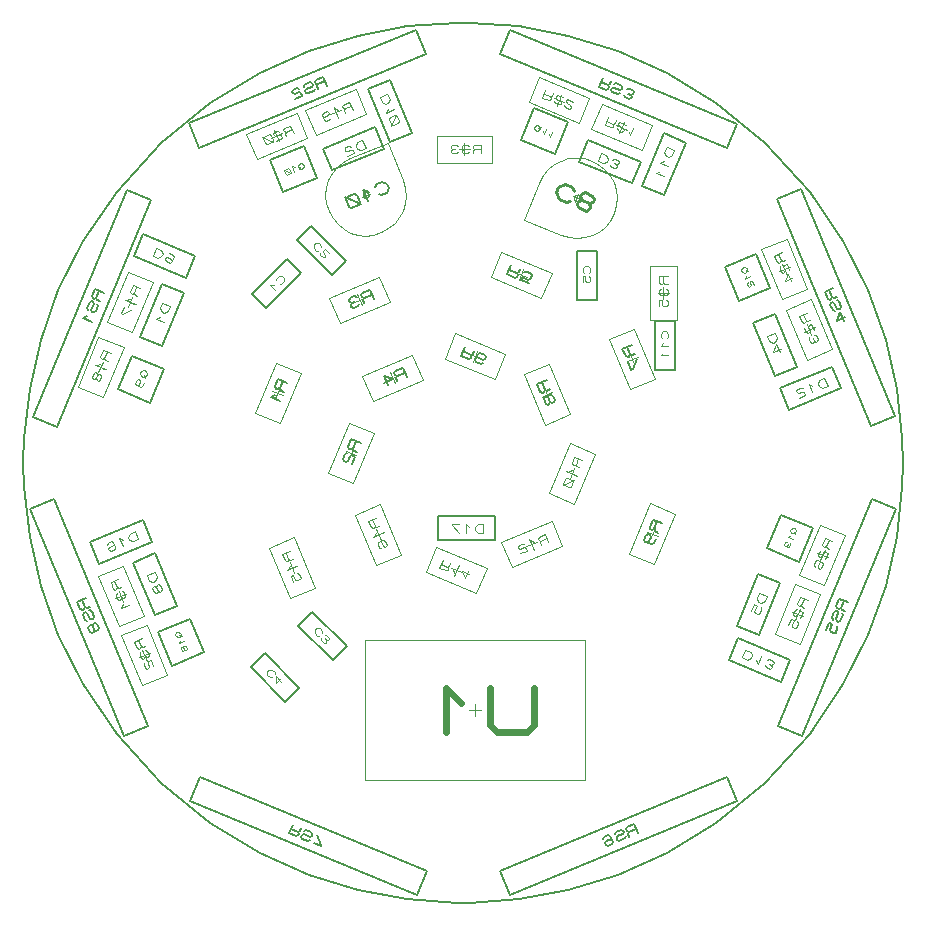
<source format=gbr>
G04 PROTEUS RS274X GERBER FILE*
%FSLAX45Y45*%
%MOMM*%
G01*
%ADD89C,0.050000*%
%ADD100C,0.621660*%
%ADD101C,0.141000*%
%ADD90C,0.116250*%
%ADD31C,0.203200*%
%ADD102C,0.132190*%
%ADD88C,0.103290*%
%ADD98C,0.120190*%
%ADD96C,0.077470*%
%ADD97C,0.100580*%
%ADD99C,0.119920*%
%ADD103C,0.228330*%
%ADD104C,0.171250*%
D89*
X-823500Y-2685000D02*
X-823500Y-1495000D01*
X+1036500Y-1495000D01*
X+1036500Y-2685000D01*
X-823500Y-2685000D01*
X+156500Y-2090000D02*
X+56500Y-2090000D01*
X+106500Y-2040000D02*
X+106500Y-2140000D01*
D100*
X+603832Y-1903501D02*
X+603832Y-2214334D01*
X+541666Y-2276500D01*
X+293000Y-2276500D01*
X+230833Y-2214334D01*
X+230833Y-1903501D01*
X-17833Y-2027834D02*
X-142166Y-1903501D01*
X-142166Y-2276500D01*
D89*
X-1371226Y+764521D02*
X-1547260Y+339537D01*
X-1759752Y+427554D01*
X-1583718Y+852538D01*
X-1371226Y+764521D01*
X-1611683Y+615172D02*
X-1519295Y+576903D01*
X-1584623Y+549843D02*
X-1546355Y+642231D01*
D101*
X-1483242Y+684063D02*
X-1561403Y+716438D01*
X-1588382Y+651304D01*
X-1580751Y+632882D01*
X-1567724Y+627486D01*
X-1549302Y+635117D01*
X-1522323Y+700250D01*
X-1549302Y+635117D02*
X-1541671Y+616694D01*
X-1515617Y+605902D01*
X-1589308Y+575379D02*
X-1626153Y+560117D01*
X-1547993Y+527742D01*
D89*
X-751226Y+254521D02*
X-927260Y-170463D01*
X-1139752Y-82446D01*
X-963718Y+342538D01*
X-751226Y+254521D01*
X-991683Y+105172D02*
X-899295Y+66903D01*
X-964623Y+39843D02*
X-926355Y+132231D01*
D101*
X-863242Y+174063D02*
X-941403Y+206438D01*
X-968382Y+141304D01*
X-960751Y+122882D01*
X-947724Y+117486D01*
X-929302Y+125117D01*
X-902323Y+190250D01*
X-929302Y+125117D02*
X-921671Y+106694D01*
X-895617Y+95902D01*
X-976939Y+83801D02*
X-995361Y+76170D01*
X-1011549Y+37090D01*
X-1003918Y+18668D01*
X-990891Y+13272D01*
X-972469Y+20903D01*
X-956281Y+59983D01*
X-937859Y+67614D01*
X-911805Y+56822D01*
X-938784Y-8312D01*
D89*
X-617462Y+1366282D02*
X-1042446Y+1190248D01*
X-1130463Y+1402740D01*
X-705479Y+1578774D01*
X-617462Y+1366282D01*
X-893097Y+1430705D02*
X-854828Y+1338317D01*
X-920157Y+1365377D02*
X-827769Y+1403645D01*
D101*
X-753562Y+1388597D02*
X-785937Y+1466758D01*
X-851070Y+1439778D01*
X-858701Y+1421356D01*
X-853305Y+1408329D01*
X-834883Y+1400698D01*
X-769749Y+1427678D01*
X-834883Y+1400698D02*
X-842514Y+1382276D01*
X-831722Y+1356222D01*
X-897782Y+1405168D02*
X-916204Y+1412799D01*
X-955284Y+1396611D01*
X-962915Y+1378189D01*
X-957519Y+1365162D01*
X-939097Y+1357531D01*
X-946728Y+1339109D01*
X-941332Y+1326082D01*
X-922909Y+1318451D01*
X-883829Y+1334639D01*
X-876198Y+1353061D01*
X-913043Y+1368323D02*
X-939097Y+1357531D01*
D89*
X-337462Y+706282D02*
X-762446Y+530248D01*
X-850463Y+742740D01*
X-425479Y+918774D01*
X-337462Y+706282D01*
X-613097Y+770705D02*
X-574828Y+678317D01*
X-640157Y+705377D02*
X-547769Y+743645D01*
D101*
X-473562Y+728597D02*
X-505937Y+806758D01*
X-571070Y+779778D01*
X-578701Y+761356D01*
X-573305Y+748329D01*
X-554883Y+740698D01*
X-489749Y+767678D01*
X-554883Y+740698D02*
X-562514Y+722276D01*
X-551722Y+696222D01*
X-666728Y+679109D02*
X-588567Y+711484D01*
X-662257Y+742007D01*
X-629882Y+663847D01*
D89*
X+664521Y+1401226D02*
X+239537Y+1577260D01*
X+327554Y+1789752D01*
X+752538Y+1613718D01*
X+664521Y+1401226D01*
X+515172Y+1641683D02*
X+476903Y+1549295D01*
X+449843Y+1614623D02*
X+542231Y+1576355D01*
D101*
X+408011Y+1677736D02*
X+375636Y+1599575D01*
X+440770Y+1572596D01*
X+459192Y+1580227D01*
X+464588Y+1593254D01*
X+456957Y+1611676D01*
X+391824Y+1638655D01*
X+456957Y+1611676D02*
X+475380Y+1619307D01*
X+486172Y+1645361D01*
X+558011Y+1524033D02*
X+492877Y+1551013D01*
X+503669Y+1577066D01*
X+555775Y+1555483D01*
X+574198Y+1563113D01*
X+584990Y+1589167D01*
X+577359Y+1607589D01*
X+538279Y+1623777D01*
X+519856Y+1616146D01*
D89*
X+274521Y+711226D02*
X-150463Y+887260D01*
X-62446Y+1099752D01*
X+362538Y+923718D01*
X+274521Y+711226D01*
X+125172Y+951683D02*
X+86903Y+859295D01*
X+59843Y+924623D02*
X+152231Y+886355D01*
D101*
X+18011Y+987736D02*
X-14364Y+909575D01*
X+50770Y+882596D01*
X+69192Y+890227D01*
X+74588Y+903254D01*
X+66957Y+921676D01*
X+1824Y+948655D01*
X+66957Y+921676D02*
X+85380Y+929307D01*
X+96172Y+955361D01*
X+173406Y+847060D02*
X+154984Y+839429D01*
X+115904Y+855617D01*
X+108273Y+874039D01*
X+129856Y+926146D01*
X+148279Y+933777D01*
X+187359Y+917589D01*
X+194990Y+899167D01*
X+189594Y+886140D01*
X+171171Y+878509D01*
X+119065Y+900093D01*
D89*
X+1416282Y+627462D02*
X+1240248Y+1052446D01*
X+1452740Y+1140463D01*
X+1628774Y+715479D01*
X+1416282Y+627462D01*
X+1480705Y+903097D02*
X+1388317Y+864828D01*
X+1415377Y+930157D02*
X+1453645Y+837769D01*
D101*
X+1430425Y+1004364D02*
X+1352264Y+971989D01*
X+1379244Y+906856D01*
X+1397666Y+899225D01*
X+1410693Y+904621D01*
X+1418324Y+923043D01*
X+1391344Y+988177D01*
X+1418324Y+923043D02*
X+1436746Y+915412D01*
X+1462800Y+926204D01*
X+1400827Y+854749D02*
X+1427806Y+789615D01*
X+1440833Y+795011D01*
X+1478987Y+887124D01*
D89*
X+696282Y+327462D02*
X+520248Y+752446D01*
X+732740Y+840463D01*
X+908774Y+415479D01*
X+696282Y+327462D01*
X+760705Y+603097D02*
X+668317Y+564828D01*
X+695377Y+630157D02*
X+733645Y+537769D01*
D101*
X+710425Y+704364D02*
X+632264Y+671989D01*
X+659244Y+606856D01*
X+677666Y+599225D01*
X+690693Y+604621D01*
X+698324Y+623043D01*
X+671344Y+688177D01*
X+698324Y+623043D02*
X+716746Y+615412D01*
X+742800Y+626204D01*
X+725303Y+557909D02*
X+706881Y+565540D01*
X+693854Y+560144D01*
X+686223Y+541722D01*
X+702411Y+502642D01*
X+720833Y+495011D01*
X+733860Y+500407D01*
X+741491Y+518829D01*
X+725303Y+557909D01*
X+732934Y+576332D01*
X+745961Y+581728D01*
X+764383Y+574097D01*
X+780571Y+535017D01*
X+772940Y+516594D01*
X+759913Y+511198D01*
X+741491Y+518829D01*
D89*
X+1411226Y-764521D02*
X+1587260Y-339537D01*
X+1799752Y-427554D01*
X+1623718Y-852538D01*
X+1411226Y-764521D01*
X+1651683Y-615172D02*
X+1559295Y-576903D01*
X+1624623Y-549843D02*
X+1586355Y-642231D01*
D101*
X+1687736Y-508011D02*
X+1609575Y-475636D01*
X+1582596Y-540770D01*
X+1590227Y-559192D01*
X+1603254Y-564588D01*
X+1621676Y-556957D01*
X+1648655Y-491824D01*
X+1621676Y-556957D02*
X+1629307Y-575380D01*
X+1655361Y-586172D01*
X+1560087Y-668802D02*
X+1578509Y-661171D01*
X+1594697Y-622091D01*
X+1587066Y-603669D01*
X+1574039Y-598273D01*
X+1555617Y-605904D01*
X+1539429Y-644984D01*
X+1547060Y-663406D01*
X+1599167Y-684990D01*
X+1617589Y-677359D01*
X+1633777Y-638279D01*
D89*
X+731226Y-254521D02*
X+907260Y+170463D01*
X+1119752Y+82446D01*
X+943718Y-342538D01*
X+731226Y-254521D01*
X+971683Y-105172D02*
X+879295Y-66903D01*
X+944623Y-39843D02*
X+906355Y-132231D01*
D90*
X+1011094Y+29498D02*
X+946653Y+56191D01*
X+924410Y+2490D01*
X+930701Y-12699D01*
X+941441Y-17147D01*
X+956630Y-10856D01*
X+978874Y+42844D01*
X+956630Y-10856D02*
X+962921Y-26045D01*
X+984402Y-34942D01*
X+923646Y-60108D02*
X+893268Y-72691D01*
X+957709Y-99383D01*
X+929175Y-137895D02*
X+886214Y-120100D01*
X+871026Y-126392D01*
X+853231Y-169352D01*
X+859522Y-184541D01*
X+902483Y-202336D01*
X+917671Y-196044D01*
X+935466Y-153084D01*
X+929175Y-137895D01*
X+939915Y-142344D02*
X+848782Y-180092D01*
D89*
X+327462Y-666282D02*
X+752446Y-490248D01*
X+840463Y-702740D01*
X+415479Y-878774D01*
X+327462Y-666282D01*
X+603097Y-730705D02*
X+564828Y-638317D01*
X+630157Y-665377D02*
X+537769Y-703645D01*
D90*
X+726191Y-663347D02*
X+699498Y-598906D01*
X+645798Y-621150D01*
X+639507Y-636338D01*
X+643955Y-647079D01*
X+659144Y-653370D01*
X+712845Y-631127D01*
X+659144Y-653370D02*
X+652853Y-668559D01*
X+661750Y-690039D01*
X+600995Y-664874D02*
X+570617Y-652291D01*
X+597309Y-716732D01*
X+521365Y-685274D02*
X+506176Y-678983D01*
X+473956Y-692329D01*
X+467665Y-707517D01*
X+472113Y-718258D01*
X+487302Y-724549D01*
X+519522Y-711203D01*
X+534711Y-717494D01*
X+543609Y-738974D01*
X+489908Y-761218D01*
D89*
X-222446Y-710248D02*
X+202538Y-886282D01*
X+114521Y-1098774D01*
X-310463Y-922740D01*
X-222446Y-710248D01*
X-73097Y-950705D02*
X-34828Y-858317D01*
X-7768Y-923645D02*
X-100156Y-885377D01*
D90*
X-169497Y-818906D02*
X-196190Y-883347D01*
X-142489Y-905590D01*
X-127300Y-899299D01*
X-122852Y-888559D01*
X-129143Y-873370D01*
X-182843Y-851126D01*
X-129143Y-873370D02*
X-113954Y-867079D01*
X-105057Y-845598D01*
X-79891Y-906354D02*
X-67308Y-936732D01*
X-40616Y-872291D01*
X+57888Y-938258D02*
X-6553Y-911565D01*
X+18613Y-972321D01*
X+45305Y-907880D01*
D89*
X-1426282Y-627462D02*
X-1250248Y-1052446D01*
X-1462740Y-1140463D01*
X-1638774Y-715479D01*
X-1426282Y-627462D01*
X-1490705Y-903097D02*
X-1398317Y-864828D01*
X-1425377Y-930157D02*
X-1463645Y-837769D01*
D90*
X-1465675Y-741735D02*
X-1530116Y-768428D01*
X-1507872Y-822128D01*
X-1492684Y-828419D01*
X-1481943Y-823971D01*
X-1475652Y-808782D01*
X-1497895Y-755081D01*
X-1475652Y-808782D02*
X-1460463Y-815073D01*
X-1438983Y-806176D01*
X-1464148Y-866931D02*
X-1476731Y-897309D01*
X-1412290Y-870617D01*
X-1432245Y-1004710D02*
X-1454488Y-951010D01*
X-1433008Y-942112D01*
X-1415213Y-985073D01*
X-1400024Y-991364D01*
X-1378544Y-982467D01*
X-1372253Y-967278D01*
X-1385599Y-935058D01*
X-1400788Y-928766D01*
D89*
X-696282Y-347462D02*
X-520248Y-772446D01*
X-732740Y-860463D01*
X-908774Y-435479D01*
X-696282Y-347462D01*
X-760705Y-623097D02*
X-668317Y-584828D01*
X-695377Y-650157D02*
X-733645Y-557769D01*
D90*
X-735675Y-461735D02*
X-800116Y-488428D01*
X-777872Y-542128D01*
X-762684Y-548419D01*
X-751943Y-543971D01*
X-745652Y-528782D01*
X-767895Y-475081D01*
X-745652Y-528782D02*
X-730463Y-535073D01*
X-708983Y-526176D01*
X-734148Y-586931D02*
X-746731Y-617309D01*
X-682290Y-590617D01*
X-691505Y-720261D02*
X-706693Y-713970D01*
X-720039Y-681750D01*
X-713748Y-666561D01*
X-670788Y-648766D01*
X-655599Y-655058D01*
X-642253Y-687278D01*
X-648544Y-702467D01*
X-659284Y-706915D01*
X-674473Y-700624D01*
X-692268Y-657664D01*
D31*
X-2638342Y+2231211D02*
X-3433482Y+311575D01*
X-3637031Y+395887D01*
X-2841891Y+2315524D01*
X-2638342Y+2231211D01*
D102*
X-3040343Y+1444926D02*
X-3113620Y+1475279D01*
X-3138913Y+1414215D01*
X-3131759Y+1396944D01*
X-3119547Y+1391885D01*
X-3102275Y+1399039D01*
X-3076982Y+1460103D01*
X-3102275Y+1399039D02*
X-3095120Y+1381767D01*
X-3070695Y+1371650D01*
X-3093025Y+1352282D02*
X-3085871Y+1335011D01*
X-3106106Y+1286160D01*
X-3123377Y+1279005D01*
X-3135590Y+1284064D01*
X-3142745Y+1301336D01*
X-3122510Y+1350187D01*
X-3129665Y+1367459D01*
X-3141877Y+1372517D01*
X-3159149Y+1365363D01*
X-3179383Y+1316512D01*
X-3172229Y+1299241D01*
X-3180252Y+1245330D02*
X-3214795Y+1231022D01*
X-3141517Y+1200669D01*
D31*
X-310339Y+3469345D02*
X-2229976Y+2674205D01*
X-2314288Y+2877754D01*
X-394652Y+3672894D01*
X-310339Y+3469345D01*
D102*
X-1150583Y+3197616D02*
X-1180936Y+3270893D01*
X-1242000Y+3245600D01*
X-1249154Y+3228328D01*
X-1244095Y+3216115D01*
X-1226824Y+3208961D01*
X-1165760Y+3234255D01*
X-1226824Y+3208961D02*
X-1233977Y+3191689D01*
X-1223860Y+3167263D01*
X-1253345Y+3169358D02*
X-1260499Y+3152087D01*
X-1309350Y+3131852D01*
X-1326622Y+3139006D01*
X-1331680Y+3151219D01*
X-1324527Y+3168491D01*
X-1275676Y+3188726D01*
X-1268522Y+3205998D01*
X-1273580Y+3218210D01*
X-1290852Y+3225364D01*
X-1339703Y+3205130D01*
X-1346857Y+3187858D01*
X-1383496Y+3172682D02*
X-1400767Y+3179836D01*
X-1437406Y+3164660D01*
X-1444560Y+3147388D01*
X-1439501Y+3135175D01*
X-1422230Y+3128021D01*
X-1385591Y+3143197D01*
X-1368320Y+3136042D01*
X-1358202Y+3111617D01*
X-1419266Y+3086323D01*
D31*
X+2235347Y+2667107D02*
X+315711Y+3462247D01*
X+400023Y+3665796D01*
X+2319660Y+2870656D01*
X+2235347Y+2667107D01*
D102*
X+1186308Y+3263794D02*
X+1155955Y+3190517D01*
X+1217019Y+3165224D01*
X+1234290Y+3172378D01*
X+1239349Y+3184590D01*
X+1232195Y+3201862D01*
X+1171131Y+3227155D01*
X+1232195Y+3201862D02*
X+1249467Y+3209017D01*
X+1259584Y+3233442D01*
X+1278952Y+3211112D02*
X+1296223Y+3218266D01*
X+1345074Y+3198031D01*
X+1352229Y+3180760D01*
X+1347170Y+3168547D01*
X+1329898Y+3161392D01*
X+1281047Y+3181627D01*
X+1263775Y+3174472D01*
X+1258717Y+3162260D01*
X+1265871Y+3144988D01*
X+1314722Y+3124754D01*
X+1331993Y+3131908D01*
X+1368633Y+3116731D02*
X+1375787Y+3099460D01*
X+1412425Y+3084284D01*
X+1429696Y+3091438D01*
X+1434755Y+3103650D01*
X+1427601Y+3120922D01*
X+1444873Y+3128077D01*
X+1449932Y+3140290D01*
X+1442777Y+3157561D01*
X+1406139Y+3172737D01*
X+1388868Y+3165583D01*
X+1403175Y+3131039D02*
X+1427601Y+3120922D01*
D31*
X+3459345Y+320339D02*
X+2664205Y+2239976D01*
X+2867754Y+2324288D01*
X+3662894Y+404652D01*
X+3459345Y+320339D01*
D102*
X+3139484Y+1484045D02*
X+3066207Y+1453692D01*
X+3091500Y+1392628D01*
X+3108772Y+1385474D01*
X+3120985Y+1390533D01*
X+3128139Y+1407804D01*
X+3102845Y+1468868D01*
X+3128139Y+1407804D02*
X+3145411Y+1400651D01*
X+3169837Y+1410768D01*
X+3167742Y+1381283D02*
X+3185013Y+1374129D01*
X+3205248Y+1325278D01*
X+3198094Y+1308006D01*
X+3185881Y+1302948D01*
X+3168609Y+1310101D01*
X+3148374Y+1358952D01*
X+3131102Y+1366106D01*
X+3118890Y+1361048D01*
X+3111736Y+1343776D01*
X+3131970Y+1294925D01*
X+3149242Y+1287771D01*
X+3226351Y+1205245D02*
X+3195999Y+1278521D01*
X+3167382Y+1209435D01*
X+3240659Y+1239788D01*
D31*
X+2667106Y-2225348D02*
X+3462246Y-305712D01*
X+3665795Y-390024D01*
X+2870655Y-2309661D01*
X+2667106Y-2225348D01*
D102*
X+3263793Y-1176309D02*
X+3190516Y-1145956D01*
X+3165223Y-1207020D01*
X+3172377Y-1224291D01*
X+3184589Y-1229350D01*
X+3201861Y-1222196D01*
X+3227154Y-1161132D01*
X+3201861Y-1222196D02*
X+3209016Y-1239468D01*
X+3233441Y-1249585D01*
X+3211111Y-1268953D02*
X+3218265Y-1286224D01*
X+3198030Y-1335075D01*
X+3180759Y-1342230D01*
X+3168546Y-1337171D01*
X+3161391Y-1319899D01*
X+3181626Y-1271048D01*
X+3174471Y-1253776D01*
X+3162259Y-1248718D01*
X+3144987Y-1255872D01*
X+3124753Y-1304723D01*
X+3131907Y-1321994D01*
X+3079224Y-1414639D02*
X+3104517Y-1353575D01*
X+3128943Y-1363692D01*
X+3108708Y-1412543D01*
X+3115862Y-1429815D01*
X+3140289Y-1439933D01*
X+3157560Y-1432778D01*
X+3172736Y-1396140D01*
X+3165582Y-1378869D01*
D31*
X+320339Y-3449344D02*
X+2239976Y-2654204D01*
X+2324288Y-2857753D01*
X+404652Y-3652893D01*
X+320339Y-3449344D01*
D102*
X+1484045Y-3129483D02*
X+1453692Y-3056206D01*
X+1392628Y-3081499D01*
X+1385474Y-3098771D01*
X+1390533Y-3110984D01*
X+1407804Y-3118138D01*
X+1468868Y-3092844D01*
X+1407804Y-3118138D02*
X+1400651Y-3135410D01*
X+1410768Y-3159836D01*
X+1381283Y-3157741D02*
X+1374129Y-3175012D01*
X+1325278Y-3195247D01*
X+1308006Y-3188093D01*
X+1302948Y-3175880D01*
X+1310101Y-3158608D01*
X+1358952Y-3138373D01*
X+1366106Y-3121101D01*
X+1361048Y-3108889D01*
X+1343776Y-3101735D01*
X+1294925Y-3121969D01*
X+1287771Y-3139241D01*
X+1190068Y-3179711D02*
X+1197222Y-3162439D01*
X+1233861Y-3147263D01*
X+1251132Y-3154417D01*
X+1271367Y-3203269D01*
X+1264213Y-3220541D01*
X+1227575Y-3235717D01*
X+1210303Y-3228563D01*
X+1205245Y-3216350D01*
X+1212398Y-3199078D01*
X+1261249Y-3178843D01*
D31*
X-2225347Y-2657107D02*
X-305711Y-3452247D01*
X-390023Y-3655796D01*
X-2309660Y-2860656D01*
X-2225347Y-2657107D01*
D102*
X-1439062Y-3059108D02*
X-1469415Y-3132385D01*
X-1408351Y-3157678D01*
X-1391080Y-3150524D01*
X-1386021Y-3138312D01*
X-1393175Y-3121040D01*
X-1454239Y-3095747D01*
X-1393175Y-3121040D02*
X-1375903Y-3113885D01*
X-1365786Y-3089460D01*
X-1346418Y-3111790D02*
X-1329147Y-3104636D01*
X-1280296Y-3124871D01*
X-1273141Y-3142142D01*
X-1278200Y-3154355D01*
X-1295472Y-3161510D01*
X-1344323Y-3141275D01*
X-1361595Y-3148430D01*
X-1366653Y-3160642D01*
X-1359499Y-3177914D01*
X-1310648Y-3198148D01*
X-1293377Y-3190994D01*
X-1261796Y-3218384D02*
X-1200732Y-3243677D01*
X-1195674Y-3231464D01*
X-1231444Y-3145106D01*
D31*
X-3459345Y-300339D02*
X-2664205Y-2219976D01*
X-2867754Y-2304288D01*
X-3662894Y-384652D01*
X-3459345Y-300339D01*
D102*
X-3187616Y-1140583D02*
X-3260893Y-1170936D01*
X-3235600Y-1232000D01*
X-3218328Y-1239154D01*
X-3206115Y-1234095D01*
X-3198961Y-1216824D01*
X-3224255Y-1155760D01*
X-3198961Y-1216824D02*
X-3181689Y-1223977D01*
X-3157263Y-1213860D01*
X-3159358Y-1243345D02*
X-3142087Y-1250499D01*
X-3121852Y-1299350D01*
X-3129006Y-1316622D01*
X-3141219Y-1321680D01*
X-3158491Y-1314527D01*
X-3178726Y-1265676D01*
X-3195998Y-1258522D01*
X-3208210Y-1263580D01*
X-3215364Y-1280852D01*
X-3195130Y-1329703D01*
X-3177858Y-1336857D01*
X-3133197Y-1375591D02*
X-3150469Y-1368437D01*
X-3162682Y-1373496D01*
X-3169836Y-1390767D01*
X-3154660Y-1427406D01*
X-3137388Y-1434560D01*
X-3125175Y-1429501D01*
X-3118021Y-1412230D01*
X-3133197Y-1375591D01*
X-3126042Y-1358320D01*
X-3113830Y-1353261D01*
X-3096558Y-1360415D01*
X-3081382Y-1397053D01*
X-3088536Y-1414325D01*
X-3100749Y-1419383D01*
X-3118021Y-1412230D01*
D89*
X-2621226Y+1534521D02*
X-2797260Y+1109537D01*
X-3009752Y+1197554D01*
X-2833718Y+1622538D01*
X-2621226Y+1534521D01*
X-2861683Y+1385172D02*
X-2769295Y+1346903D01*
X-2834623Y+1319843D02*
X-2796355Y+1412231D01*
D90*
X-2729884Y+1481572D02*
X-2794325Y+1508265D01*
X-2816568Y+1454564D01*
X-2810277Y+1439375D01*
X-2799537Y+1434927D01*
X-2784348Y+1441218D01*
X-2762104Y+1494918D01*
X-2784348Y+1441218D02*
X-2778057Y+1426029D01*
X-2756576Y+1417132D01*
X-2817332Y+1391966D02*
X-2847710Y+1379383D01*
X-2783269Y+1352691D01*
X-2869952Y+1325682D02*
X-2892196Y+1271982D01*
X-2881456Y+1267533D01*
X-2805512Y+1298990D01*
D89*
X-2871226Y+984521D02*
X-3047260Y+559537D01*
X-3259752Y+647554D01*
X-3083718Y+1072538D01*
X-2871226Y+984521D01*
X-3111683Y+835172D02*
X-3019295Y+796903D01*
X-3084623Y+769843D02*
X-3046355Y+862231D01*
D90*
X-2979884Y+931572D02*
X-3044325Y+958265D01*
X-3066568Y+904564D01*
X-3060277Y+889375D01*
X-3049537Y+884927D01*
X-3034348Y+891218D01*
X-3012104Y+944918D01*
X-3034348Y+891218D02*
X-3028057Y+876029D01*
X-3006576Y+867132D01*
X-3067332Y+841966D02*
X-3097710Y+829383D01*
X-3033269Y+802691D01*
X-3092181Y+751596D02*
X-3098472Y+766785D01*
X-3109212Y+771234D01*
X-3124401Y+764942D01*
X-3137747Y+732722D01*
X-3131456Y+717533D01*
X-3120716Y+713085D01*
X-3105527Y+719376D01*
X-3092181Y+751596D01*
X-3076992Y+757888D01*
X-3066252Y+753439D01*
X-3059961Y+738250D01*
X-3073307Y+706030D01*
X-3088495Y+699738D01*
X-3099236Y+704187D01*
X-3105527Y+719376D01*
D31*
X-2527775Y+800804D02*
X-2646361Y+514513D01*
X-2916226Y+626294D01*
X-2797640Y+912586D01*
X-2527775Y+800804D01*
D88*
X-2699920Y+793846D02*
X-2726912Y+782666D01*
X-2734818Y+763580D01*
X-2723637Y+736588D01*
X-2704552Y+728683D01*
X-2677560Y+739863D01*
X-2669654Y+758949D01*
X-2680835Y+785940D01*
X-2699920Y+793846D01*
X-2696646Y+747768D02*
X-2685465Y+720777D01*
X-2755260Y+660244D02*
X-2741765Y+665834D01*
X-2729906Y+694464D01*
X-2735496Y+707959D01*
X-2745040Y+711912D01*
X-2758535Y+706322D01*
X-2770394Y+677693D01*
X-2764804Y+664197D01*
X-2726631Y+648386D01*
X-2713136Y+653976D01*
X-2701277Y+682605D01*
D31*
X-2729266Y+1073797D02*
X-2545693Y+1516982D01*
X-2360621Y+1440322D01*
X-2544195Y+997137D01*
X-2729266Y+1073797D01*
D98*
X-2474834Y+1332095D02*
X-2541460Y+1359692D01*
X-2559858Y+1315276D01*
X-2546848Y+1283869D01*
X-2524639Y+1274669D01*
X-2493232Y+1287679D01*
X-2474834Y+1332095D01*
X-2565247Y+1239451D02*
X-2596654Y+1226442D01*
X-2530028Y+1198845D01*
D89*
X-817462Y+2956282D02*
X-1242446Y+2780248D01*
X-1330463Y+2992740D01*
X-905479Y+3168774D01*
X-817462Y+2956282D01*
X-1093097Y+3020705D02*
X-1054828Y+2928317D01*
X-1120157Y+2955377D02*
X-1027769Y+2993645D01*
D90*
X-931735Y+2995675D02*
X-958428Y+3060116D01*
X-1012128Y+3037872D01*
X-1018419Y+3022684D01*
X-1013971Y+3011943D01*
X-998782Y+3005652D01*
X-945081Y+3027895D01*
X-998782Y+3005652D02*
X-1005073Y+2990463D01*
X-996176Y+2968983D01*
X-1056931Y+2994148D02*
X-1087309Y+3006731D01*
X-1060617Y+2942290D01*
X-1185813Y+2940764D02*
X-1170624Y+2934473D01*
X-1138404Y+2947819D01*
X-1132112Y+2963008D01*
X-1136561Y+2973748D01*
X-1151750Y+2980039D01*
X-1183970Y+2966693D01*
X-1190261Y+2951505D01*
X-1172467Y+2908544D01*
X-1157278Y+2902253D01*
X-1125058Y+2915599D01*
D89*
X-1317462Y+2756282D02*
X-1742446Y+2580248D01*
X-1830463Y+2792740D01*
X-1405479Y+2968774D01*
X-1317462Y+2756282D01*
X-1593097Y+2820705D02*
X-1554828Y+2728317D01*
X-1620157Y+2755377D02*
X-1527769Y+2793645D01*
D90*
X-1431735Y+2795675D02*
X-1458428Y+2860116D01*
X-1512128Y+2837872D01*
X-1518419Y+2822684D01*
X-1513971Y+2811943D01*
X-1498782Y+2805652D01*
X-1445081Y+2827895D01*
X-1498782Y+2805652D02*
X-1505073Y+2790463D01*
X-1496176Y+2768983D01*
X-1550640Y+2809337D02*
X-1565829Y+2815628D01*
X-1598049Y+2802282D01*
X-1604340Y+2787094D01*
X-1599892Y+2776353D01*
X-1584703Y+2770062D01*
X-1552483Y+2783408D01*
X-1537294Y+2777117D01*
X-1528396Y+2755637D01*
X-1582097Y+2733393D01*
X-1608026Y+2735236D02*
X-1625821Y+2778197D01*
X-1641010Y+2784488D01*
X-1683970Y+2766693D01*
X-1690261Y+2751505D01*
X-1672467Y+2708544D01*
X-1657278Y+2702253D01*
X-1614317Y+2720048D01*
X-1608026Y+2735236D01*
X-1603577Y+2724496D02*
X-1694710Y+2762245D01*
D89*
X+1514521Y+2651226D02*
X+1089537Y+2827260D01*
X+1177554Y+3039752D01*
X+1602538Y+2863718D01*
X+1514521Y+2651226D01*
X+1365172Y+2891683D02*
X+1326903Y+2799295D01*
X+1299843Y+2864623D02*
X+1392231Y+2826355D01*
D90*
X+1230502Y+2931094D02*
X+1203809Y+2866653D01*
X+1257510Y+2844410D01*
X+1272699Y+2850701D01*
X+1277147Y+2861441D01*
X+1270856Y+2876630D01*
X+1217156Y+2898874D01*
X+1270856Y+2876630D02*
X+1286045Y+2882921D01*
X+1294942Y+2904402D01*
X+1304919Y+2837355D02*
X+1311211Y+2822166D01*
X+1343431Y+2808820D01*
X+1358620Y+2815111D01*
X+1363068Y+2825851D01*
X+1356777Y+2841040D01*
X+1324557Y+2854386D01*
X+1318265Y+2869575D01*
X+1327163Y+2891055D01*
X+1380863Y+2868812D01*
X+1406029Y+2808057D02*
X+1418612Y+2777679D01*
X+1445304Y+2842120D01*
D89*
X+984521Y+2881226D02*
X+559537Y+3057260D01*
X+647554Y+3269752D01*
X+1072538Y+3093718D01*
X+984521Y+2881226D01*
X+835172Y+3121683D02*
X+796903Y+3029295D01*
X+769843Y+3094623D02*
X+862231Y+3056355D01*
D90*
X+700502Y+3161094D02*
X+673809Y+3096653D01*
X+727510Y+3074410D01*
X+742699Y+3080701D01*
X+747147Y+3091441D01*
X+740856Y+3106630D01*
X+687156Y+3128874D01*
X+740856Y+3106630D02*
X+756045Y+3112921D01*
X+764942Y+3134402D01*
X+774919Y+3067355D02*
X+781211Y+3052166D01*
X+813431Y+3038820D01*
X+828620Y+3045111D01*
X+833068Y+3055851D01*
X+826777Y+3071040D01*
X+794557Y+3084386D01*
X+788265Y+3099575D01*
X+797163Y+3121055D01*
X+850863Y+3098812D01*
X+860840Y+3031766D02*
X+867132Y+3016577D01*
X+899352Y+3003231D01*
X+914541Y+3009522D01*
X+918989Y+3020262D01*
X+912698Y+3035451D01*
X+880478Y+3048797D01*
X+874186Y+3063986D01*
X+883084Y+3085466D01*
X+936784Y+3063223D01*
D89*
X+2916282Y+877462D02*
X+2740248Y+1302446D01*
X+2952740Y+1390463D01*
X+3128774Y+965479D01*
X+2916282Y+877462D01*
X+2980705Y+1153097D02*
X+2888317Y+1114828D01*
X+2915377Y+1180157D02*
X+2953645Y+1087769D01*
D90*
X+2913347Y+1276191D02*
X+2848906Y+1249498D01*
X+2871150Y+1195798D01*
X+2886338Y+1189507D01*
X+2897079Y+1193955D01*
X+2903370Y+1209144D01*
X+2881127Y+1262845D01*
X+2903370Y+1209144D02*
X+2918559Y+1202853D01*
X+2940039Y+1211750D01*
X+2899685Y+1157286D02*
X+2893394Y+1142097D01*
X+2906740Y+1109877D01*
X+2921928Y+1103586D01*
X+2932669Y+1108034D01*
X+2938960Y+1123223D01*
X+2925614Y+1155443D01*
X+2931905Y+1170632D01*
X+2953385Y+1179530D01*
X+2975629Y+1125829D01*
X+2935274Y+1071365D02*
X+2928983Y+1056176D01*
X+2942329Y+1023956D01*
X+2957517Y+1017665D01*
X+2968258Y+1022113D01*
X+2974549Y+1037302D01*
X+2989738Y+1031011D01*
X+3000478Y+1035459D01*
X+3006769Y+1050648D01*
X+2993423Y+1082868D01*
X+2978234Y+1089160D01*
X+2965652Y+1058782D02*
X+2974549Y+1037302D01*
D89*
X+2706282Y+1387462D02*
X+2530248Y+1812446D01*
X+2742740Y+1900463D01*
X+2918774Y+1475479D01*
X+2706282Y+1387462D01*
X+2770705Y+1663097D02*
X+2678317Y+1624828D01*
X+2705377Y+1690157D02*
X+2743645Y+1597769D01*
D90*
X+2703347Y+1786191D02*
X+2638906Y+1759498D01*
X+2661150Y+1705798D01*
X+2676338Y+1699507D01*
X+2687079Y+1703955D01*
X+2693370Y+1719144D01*
X+2671127Y+1772845D01*
X+2693370Y+1719144D02*
X+2708559Y+1712853D01*
X+2730039Y+1721750D01*
X+2689685Y+1667286D02*
X+2683394Y+1652097D01*
X+2696740Y+1619877D01*
X+2711928Y+1613586D01*
X+2722669Y+1618034D01*
X+2728960Y+1633223D01*
X+2715614Y+1665443D01*
X+2721905Y+1680632D01*
X+2743385Y+1689530D01*
X+2765629Y+1635829D01*
X+2779738Y+1541011D02*
X+2753046Y+1605451D01*
X+2727880Y+1544696D01*
X+2792321Y+1571388D01*
D89*
X+2641226Y-1444521D02*
X+2817260Y-1019537D01*
X+3029752Y-1107554D01*
X+2853718Y-1532538D01*
X+2641226Y-1444521D01*
X+2881683Y-1295172D02*
X+2789295Y-1256903D01*
X+2854623Y-1229843D02*
X+2816355Y-1322231D01*
D90*
X+2921094Y-1160502D02*
X+2856653Y-1133809D01*
X+2834410Y-1187510D01*
X+2840701Y-1202699D01*
X+2851441Y-1207147D01*
X+2866630Y-1200856D01*
X+2888874Y-1147156D01*
X+2866630Y-1200856D02*
X+2872921Y-1216045D01*
X+2894402Y-1224942D01*
X+2827355Y-1234919D02*
X+2812166Y-1241211D01*
X+2798820Y-1273431D01*
X+2805111Y-1288620D01*
X+2815851Y-1293068D01*
X+2831040Y-1286777D01*
X+2844386Y-1254557D01*
X+2859575Y-1248265D01*
X+2881055Y-1257163D01*
X+2858812Y-1310863D01*
X+2758782Y-1370092D02*
X+2781026Y-1316392D01*
X+2802506Y-1325289D01*
X+2784711Y-1368249D01*
X+2791002Y-1383438D01*
X+2812483Y-1392336D01*
X+2827671Y-1386044D01*
X+2841017Y-1353824D01*
X+2834726Y-1338635D01*
D89*
X+2851226Y-944521D02*
X+3027260Y-519537D01*
X+3239752Y-607554D01*
X+3063718Y-1032538D01*
X+2851226Y-944521D01*
X+3091683Y-795172D02*
X+2999295Y-756903D01*
X+3064623Y-729843D02*
X+3026355Y-822231D01*
D90*
X+3131094Y-660502D02*
X+3066653Y-633809D01*
X+3044410Y-687510D01*
X+3050701Y-702699D01*
X+3061441Y-707147D01*
X+3076630Y-700856D01*
X+3098874Y-647156D01*
X+3076630Y-700856D02*
X+3082921Y-716045D01*
X+3104402Y-724942D01*
X+3037355Y-734919D02*
X+3022166Y-741211D01*
X+3008820Y-773431D01*
X+3015111Y-788620D01*
X+3025851Y-793068D01*
X+3041040Y-786777D01*
X+3054386Y-754557D01*
X+3069575Y-748265D01*
X+3091055Y-757163D01*
X+3068812Y-810863D01*
X+2979522Y-874541D02*
X+2973231Y-859352D01*
X+2986577Y-827132D01*
X+3001766Y-820840D01*
X+3044726Y-838635D01*
X+3051017Y-853824D01*
X+3037671Y-886044D01*
X+3022483Y-892336D01*
X+3011742Y-887887D01*
X+3005451Y-872698D01*
X+3023246Y-829738D01*
D89*
X-2876282Y-867462D02*
X-2700248Y-1292446D01*
X-2912740Y-1380463D01*
X-3088774Y-955479D01*
X-2876282Y-867462D01*
X-2940705Y-1143097D02*
X-2848317Y-1104828D01*
X-2875377Y-1170157D02*
X-2913645Y-1077769D01*
D90*
X-2915675Y-981735D02*
X-2980116Y-1008428D01*
X-2957872Y-1062128D01*
X-2942684Y-1068419D01*
X-2931943Y-1063971D01*
X-2925652Y-1048782D01*
X-2947895Y-995081D01*
X-2925652Y-1048782D02*
X-2910463Y-1055073D01*
X-2888983Y-1046176D01*
X-2929337Y-1100640D02*
X-2935628Y-1115829D01*
X-2922282Y-1148049D01*
X-2907094Y-1154340D01*
X-2896353Y-1149892D01*
X-2890062Y-1134703D01*
X-2874873Y-1140994D01*
X-2864133Y-1136546D01*
X-2857842Y-1121357D01*
X-2871188Y-1089137D01*
X-2886377Y-1082845D01*
X-2898959Y-1113223D02*
X-2890062Y-1134703D01*
X-2878559Y-1192852D02*
X-2891142Y-1223230D01*
X-2826701Y-1196538D01*
D89*
X-2676282Y-1367462D02*
X-2500248Y-1792446D01*
X-2712740Y-1880463D01*
X-2888774Y-1455479D01*
X-2676282Y-1367462D01*
X-2740705Y-1643097D02*
X-2648317Y-1604828D01*
X-2675377Y-1670157D02*
X-2713645Y-1577769D01*
D90*
X-2715675Y-1481735D02*
X-2780116Y-1508428D01*
X-2757872Y-1562128D01*
X-2742684Y-1568419D01*
X-2731943Y-1563971D01*
X-2725652Y-1548782D01*
X-2747895Y-1495081D01*
X-2725652Y-1548782D02*
X-2710463Y-1555073D01*
X-2688983Y-1546176D01*
X-2729337Y-1600640D02*
X-2735628Y-1615829D01*
X-2722282Y-1648049D01*
X-2707094Y-1654340D01*
X-2696353Y-1649892D01*
X-2690062Y-1634703D01*
X-2674873Y-1640994D01*
X-2664133Y-1636546D01*
X-2657842Y-1621357D01*
X-2671188Y-1589137D01*
X-2686377Y-1582845D01*
X-2698959Y-1613223D02*
X-2690062Y-1634703D01*
X-2693748Y-1686561D02*
X-2700039Y-1701750D01*
X-2686693Y-1733970D01*
X-2671505Y-1740261D01*
X-2660764Y-1735813D01*
X-2654473Y-1720624D01*
X-2667819Y-1688404D01*
X-2661528Y-1673215D01*
X-2640048Y-1664317D01*
X-2617804Y-1718018D01*
D31*
X-1234513Y+2416361D02*
X-1520804Y+2297775D01*
X-1632586Y+2567640D01*
X-1346294Y+2686226D01*
X-1234513Y+2416361D01*
D96*
X-1350626Y+2534733D02*
X-1370870Y+2543118D01*
X-1385184Y+2537189D01*
X-1393570Y+2516945D01*
X-1387640Y+2502630D01*
X-1367396Y+2494245D01*
X-1353082Y+2500174D01*
X-1344697Y+2520418D01*
X-1350626Y+2534733D01*
X-1373326Y+2508560D02*
X-1381711Y+2488316D01*
X-1422198Y+2505086D02*
X-1442442Y+2513472D01*
X-1424654Y+2470528D01*
X-1456249Y+2465827D02*
X-1468108Y+2494456D01*
X-1478229Y+2498649D01*
X-1506859Y+2486790D01*
X-1511051Y+2476668D01*
X-1499193Y+2448039D01*
X-1489071Y+2443846D01*
X-1460442Y+2455705D01*
X-1456249Y+2465827D01*
X-1453284Y+2458670D02*
X-1514016Y+2483825D01*
D31*
X+780804Y+2617775D02*
X+494513Y+2736361D01*
X+606294Y+3006226D01*
X+892586Y+2887640D01*
X+780804Y+2617775D01*
D96*
X+604697Y+2840418D02*
X+613082Y+2820174D01*
X+627397Y+2814245D01*
X+647641Y+2822630D01*
X+653570Y+2836945D01*
X+645185Y+2857189D01*
X+630870Y+2863118D01*
X+610626Y+2854733D01*
X+604697Y+2840418D01*
X+639256Y+2842874D02*
X+659499Y+2851260D01*
X+676270Y+2810772D02*
X+684655Y+2790528D01*
X+702443Y+2833472D01*
X+733529Y+2787055D02*
X+741914Y+2766811D01*
X+759702Y+2809755D01*
D31*
X+2336361Y+1374513D02*
X+2217775Y+1660804D01*
X+2487640Y+1772586D01*
X+2606226Y+1486294D01*
X+2336361Y+1374513D01*
D96*
X+2369267Y+1656472D02*
X+2360882Y+1636228D01*
X+2366811Y+1621914D01*
X+2387055Y+1613528D01*
X+2401370Y+1619458D01*
X+2409755Y+1639702D01*
X+2403826Y+1654016D01*
X+2383582Y+1662401D01*
X+2369267Y+1656472D01*
X+2395440Y+1633772D02*
X+2415684Y+1625387D01*
X+2398914Y+1584900D02*
X+2390528Y+1564656D01*
X+2433472Y+1582444D01*
X+2412509Y+1531833D02*
X+2408316Y+1521711D01*
X+2417210Y+1500239D01*
X+2427332Y+1496047D01*
X+2434489Y+1499011D01*
X+2438682Y+1509133D01*
X+2429788Y+1530605D01*
X+2433980Y+1540727D01*
X+2448295Y+1546656D01*
X+2463118Y+1510870D01*
D31*
X+2577775Y-720804D02*
X+2696361Y-434513D01*
X+2966226Y-546294D01*
X+2847640Y-832586D01*
X+2577775Y-720804D01*
D96*
X+2800418Y-544697D02*
X+2780174Y-553082D01*
X+2774245Y-567397D01*
X+2782630Y-587641D01*
X+2796945Y-593570D01*
X+2817189Y-585185D01*
X+2823118Y-570870D01*
X+2814733Y-550626D01*
X+2800418Y-544697D01*
X+2802874Y-579256D02*
X+2811260Y-599499D01*
X+2770772Y-616270D02*
X+2750528Y-624655D01*
X+2793472Y-642443D01*
X+2742862Y-663407D02*
X+2732740Y-667599D01*
X+2723846Y-689071D01*
X+2728039Y-699193D01*
X+2735196Y-702158D01*
X+2745318Y-697965D01*
X+2749511Y-708087D01*
X+2756668Y-711052D01*
X+2766790Y-706859D01*
X+2775684Y-685387D01*
X+2771491Y-675265D01*
X+2751248Y-683651D02*
X+2745318Y-697965D01*
D31*
X-2306361Y-1314513D02*
X-2187775Y-1600804D01*
X-2457640Y-1712586D01*
X-2576226Y-1426294D01*
X-2306361Y-1314513D01*
D96*
X-2424733Y-1430626D02*
X-2433118Y-1450870D01*
X-2427189Y-1465184D01*
X-2406945Y-1473570D01*
X-2392630Y-1467640D01*
X-2384245Y-1447396D01*
X-2390174Y-1433082D01*
X-2410418Y-1424697D01*
X-2424733Y-1430626D01*
X-2398560Y-1453326D02*
X-2378316Y-1461711D01*
X-2395086Y-1502198D02*
X-2403472Y-1522442D01*
X-2360528Y-1504654D01*
X-2366668Y-1591051D02*
X-2376790Y-1586859D01*
X-2385684Y-1565387D01*
X-2381491Y-1555265D01*
X-2352862Y-1543406D01*
X-2342740Y-1547599D01*
X-2333846Y-1569071D01*
X-2338039Y-1579193D01*
X-2345196Y-1582157D01*
X-2355318Y-1577965D01*
X-2367177Y-1549336D01*
D31*
X-1182863Y+2665805D02*
X-739678Y+2849379D01*
X-663018Y+2664307D01*
X-1106203Y+2480734D01*
X-1182863Y+2665805D01*
D98*
X-820307Y+2668539D02*
X-847904Y+2735165D01*
X-892321Y+2716767D01*
X-905330Y+2685360D01*
X-896131Y+2663151D01*
X-864723Y+2650141D01*
X-820307Y+2668539D01*
X-943243Y+2682665D02*
X-958946Y+2689170D01*
X-992259Y+2675371D01*
X-998763Y+2659668D01*
X-994164Y+2648564D01*
X-978460Y+2642059D01*
X-945148Y+2655858D01*
X-929444Y+2649352D01*
X-920245Y+2627144D01*
X-975766Y+2604146D01*
D31*
X+1063797Y+2739266D02*
X+1506982Y+2555693D01*
X+1430322Y+2370621D01*
X+987137Y+2554195D01*
X+1063797Y+2739266D01*
D98*
X+1172025Y+2625054D02*
X+1144428Y+2558428D01*
X+1188844Y+2540030D01*
X+1220251Y+2553040D01*
X+1229451Y+2575249D01*
X+1216441Y+2606656D01*
X+1172025Y+2625054D01*
X+1248965Y+2528137D02*
X+1255470Y+2512433D01*
X+1288782Y+2498635D01*
X+1304486Y+2505139D01*
X+1309085Y+2516244D01*
X+1302581Y+2531947D01*
X+1318285Y+2538453D01*
X+1322884Y+2549557D01*
X+1316380Y+2565260D01*
X+1283067Y+2579059D01*
X+1267364Y+2572554D01*
X+1280373Y+2541146D02*
X+1302581Y+2531947D01*
D31*
X+2645805Y+1262863D02*
X+2829379Y+819678D01*
X+2644307Y+743018D01*
X+2460734Y+1186203D01*
X+2645805Y+1262863D01*
D98*
X+2641573Y+1105573D02*
X+2574947Y+1077976D01*
X+2593345Y+1033559D01*
X+2624752Y+1020550D01*
X+2646961Y+1029749D01*
X+2659971Y+1061157D01*
X+2641573Y+1105573D01*
X+2683757Y+940915D02*
X+2656161Y+1007540D01*
X+2630141Y+944725D01*
X+2696767Y+972323D01*
D31*
X+2689266Y-1013797D02*
X+2505693Y-1456982D01*
X+2320621Y-1380322D01*
X+2504195Y-937137D01*
X+2689266Y-1013797D01*
D98*
X+2575054Y-1122025D02*
X+2508428Y-1094428D01*
X+2490030Y-1138844D01*
X+2503040Y-1170251D01*
X+2525249Y-1179451D01*
X+2556656Y-1166441D01*
X+2575054Y-1122025D01*
X+2444035Y-1249886D02*
X+2467033Y-1194366D01*
X+2489241Y-1203565D01*
X+2470843Y-1247981D01*
X+2477348Y-1263685D01*
X+2499557Y-1272884D01*
X+2515260Y-1266380D01*
X+2529059Y-1233067D01*
X+2522554Y-1217364D01*
D31*
X-2605805Y-1282863D02*
X-2789379Y-839678D01*
X-2604307Y-763018D01*
X-2420734Y-1206203D01*
X-2605805Y-1282863D01*
D98*
X-2608539Y-920307D02*
X-2675165Y-947904D01*
X-2656767Y-992321D01*
X-2625360Y-1005330D01*
X-2603151Y-996131D01*
X-2590141Y-964723D01*
X-2608539Y-920307D01*
X-2595858Y-1045148D02*
X-2611561Y-1038643D01*
X-2622665Y-1043243D01*
X-2629170Y-1058946D01*
X-2615371Y-1092259D01*
X-2599668Y-1098763D01*
X-2588564Y-1094164D01*
X-2582059Y-1078460D01*
X-2595858Y-1045148D01*
X-2589352Y-1029444D01*
X-2578248Y-1024845D01*
X-2562544Y-1031349D01*
X-2548746Y-1064661D01*
X-2555250Y-1080365D01*
X-2566355Y-1084965D01*
X-2582059Y-1078460D01*
D89*
X+245000Y+2545000D02*
X-215000Y+2545000D01*
X-215000Y+2775000D01*
X+245000Y+2775000D01*
X+245000Y+2545000D01*
X+15000Y+2710000D02*
X+15000Y+2610000D01*
X-35000Y+2660000D02*
X+65000Y+2660000D01*
D90*
X+154500Y+2625125D02*
X+154500Y+2694875D01*
X+96375Y+2694875D01*
X+84750Y+2683250D01*
X+84750Y+2671625D01*
X+96375Y+2660000D01*
X+154500Y+2660000D01*
X+96375Y+2660000D02*
X+84750Y+2648375D01*
X+84750Y+2625125D01*
X+49875Y+2683250D02*
X+38250Y+2694875D01*
X+3375Y+2694875D01*
X-8250Y+2683250D01*
X-8250Y+2671625D01*
X+3375Y+2660000D01*
X-8250Y+2648375D01*
X-8250Y+2636750D01*
X+3375Y+2625125D01*
X+38250Y+2625125D01*
X+49875Y+2636750D01*
X+26625Y+2660000D02*
X+3375Y+2660000D01*
X-43125Y+2683250D02*
X-54750Y+2694875D01*
X-89625Y+2694875D01*
X-101250Y+2683250D01*
X-101250Y+2671625D01*
X-89625Y+2660000D01*
X-101250Y+2648375D01*
X-101250Y+2636750D01*
X-89625Y+2625125D01*
X-54750Y+2625125D01*
X-43125Y+2636750D01*
X-66375Y+2660000D02*
X-89625Y+2660000D01*
D31*
X-1785191Y+1433349D02*
X-1490638Y+1727901D01*
X-1372099Y+1609362D01*
X-1666651Y+1314809D01*
X-1785191Y+1433349D01*
D97*
X-1550195Y+1521355D02*
X-1535969Y+1521355D01*
X-1514632Y+1542692D01*
X-1514633Y+1571141D01*
X-1528858Y+1585366D01*
X-1557307Y+1585367D01*
X-1578644Y+1564030D01*
X-1578644Y+1549804D01*
X-1599981Y+1514243D02*
X-1628431Y+1514243D01*
X-1585756Y+1471568D01*
D31*
X-1109473Y+1593454D02*
X-1404025Y+1888007D01*
X-1285486Y+2006546D01*
X-990933Y+1711994D01*
X-1109473Y+1593454D01*
D97*
X-1197479Y+1828450D02*
X-1197479Y+1842676D01*
X-1218816Y+1864013D01*
X-1247265Y+1864012D01*
X-1261490Y+1849787D01*
X-1261491Y+1821338D01*
X-1240154Y+1800001D01*
X-1225928Y+1800001D01*
X-1204591Y+1778664D02*
X-1204592Y+1764439D01*
X-1183255Y+1743102D01*
X-1169029Y+1743102D01*
X-1161917Y+1750214D01*
X-1161918Y+1764439D01*
X-1183255Y+1785776D01*
X-1183254Y+1800001D01*
X-1169029Y+1814226D01*
X-1133467Y+1778664D01*
D31*
X-1100639Y-1667901D02*
X-1395191Y-1373348D01*
X-1276652Y-1254809D01*
X-982099Y-1549361D01*
X-1100639Y-1667901D01*
D97*
X-1188645Y-1432905D02*
X-1188645Y-1418679D01*
X-1209982Y-1397342D01*
X-1238431Y-1397343D01*
X-1252656Y-1411568D01*
X-1252657Y-1440017D01*
X-1231320Y-1461354D01*
X-1217094Y-1461354D01*
X-1195757Y-1482691D02*
X-1195758Y-1496916D01*
X-1174421Y-1518253D01*
X-1160195Y-1518253D01*
X-1153083Y-1511141D01*
X-1153084Y-1496916D01*
X-1138858Y-1496916D01*
X-1131746Y-1489804D01*
X-1131746Y-1475578D01*
X-1153083Y-1454241D01*
X-1167308Y-1454242D01*
X-1167308Y-1482692D02*
X-1153084Y-1496916D01*
D31*
X-1500639Y-2017901D02*
X-1795191Y-1723348D01*
X-1676652Y-1604809D01*
X-1382099Y-1899361D01*
X-1500639Y-2017901D01*
D97*
X-1588645Y-1782905D02*
X-1588645Y-1768679D01*
X-1609982Y-1747342D01*
X-1638431Y-1747343D01*
X-1652656Y-1761568D01*
X-1652657Y-1790017D01*
X-1631320Y-1811354D01*
X-1617094Y-1811354D01*
X-1538858Y-1846916D02*
X-1581532Y-1804242D01*
X-1581533Y-1861141D01*
X-1538858Y-1818466D01*
D31*
X+3730000Y+5000D02*
X+3724161Y+213494D01*
X+3677111Y+630483D01*
X+3581154Y+1047472D01*
X+3432185Y+1464461D01*
X+3222850Y+1881450D01*
X+2940262Y+2298439D01*
X+2562518Y+2713270D01*
X+2145529Y+3053567D01*
X+1728540Y+3307277D01*
X+1311551Y+3493345D01*
X+894562Y+3622223D01*
X+477573Y+3699902D01*
X+60584Y+3729585D01*
X+5000Y+3730000D01*
X-3720000Y+5000D02*
X-3714161Y+213494D01*
X-3667111Y+630483D01*
X-3571154Y+1047472D01*
X-3422185Y+1464461D01*
X-3212850Y+1881450D01*
X-2930262Y+2298439D01*
X-2552518Y+2713270D01*
X-2135529Y+3053567D01*
X-1718540Y+3307277D01*
X-1301551Y+3493345D01*
X-884562Y+3622223D01*
X-467573Y+3699902D01*
X-50584Y+3729585D01*
X+5000Y+3730000D01*
X-3720000Y+5000D02*
X-3714161Y-203494D01*
X-3667111Y-620483D01*
X-3571154Y-1037472D01*
X-3422185Y-1454461D01*
X-3212850Y-1871450D01*
X-2930262Y-2288439D01*
X-2552518Y-2703270D01*
X-2135529Y-3043567D01*
X-1718540Y-3297277D01*
X-1301551Y-3483345D01*
X-884562Y-3612223D01*
X-467573Y-3689902D01*
X-50584Y-3719585D01*
X+5000Y-3720000D01*
X+3730000Y+5000D02*
X+3724161Y-203494D01*
X+3677111Y-620483D01*
X+3581154Y-1037472D01*
X+3432185Y-1454461D01*
X+3222850Y-1871450D01*
X+2940262Y-2288439D01*
X+2562518Y-2703270D01*
X+2145529Y-3043567D01*
X+1728540Y-3297277D01*
X+1311551Y-3483345D01*
X+894562Y-3612223D01*
X+477573Y-3689902D01*
X+60584Y-3719585D01*
X+5000Y-3720000D01*
X-2706203Y+1939266D02*
X-2263018Y+1755693D01*
X-2339678Y+1570621D01*
X-2782863Y+1754195D01*
X-2706203Y+1939266D01*
D98*
X-2597975Y+1825054D02*
X-2625572Y+1758428D01*
X-2581156Y+1740030D01*
X-2549749Y+1753040D01*
X-2540549Y+1775249D01*
X-2553559Y+1806656D01*
X-2597975Y+1825054D01*
X-2460915Y+1716244D02*
X-2467419Y+1731947D01*
X-2500732Y+1745746D01*
X-2516435Y+1739241D01*
X-2521035Y+1728137D01*
X-2514530Y+1712433D01*
X-2481218Y+1698635D01*
X-2465514Y+1705139D01*
X-2447116Y+1749557D01*
X-2453620Y+1765260D01*
X-2486933Y+1779059D01*
D31*
X-614195Y+3242863D02*
X-430621Y+2799678D01*
X-615693Y+2723018D01*
X-799266Y+3166203D01*
X-614195Y+3242863D01*
D99*
X-636777Y+3129663D02*
X-703255Y+3102127D01*
X-684898Y+3057809D01*
X-653560Y+3044828D01*
X-631401Y+3054007D01*
X-618420Y+3085345D01*
X-636777Y+3129663D01*
X-635202Y+3000510D02*
X-648183Y+2969172D01*
X-581705Y+2996708D01*
X-574427Y+2947800D02*
X-618746Y+2929443D01*
X-625237Y+2913774D01*
X-606880Y+2869456D01*
X-591210Y+2862965D01*
X-546891Y+2881322D01*
X-540402Y+2896992D01*
X-558759Y+2941310D01*
X-574427Y+2947800D01*
X-563348Y+2952389D02*
X-602290Y+2858376D01*
D31*
X+1889266Y+2716203D02*
X+1705693Y+2273018D01*
X+1520621Y+2349678D01*
X+1704195Y+2792863D01*
X+1889266Y+2716203D01*
D99*
X+1793255Y+2652128D02*
X+1726777Y+2679664D01*
X+1708420Y+2635345D01*
X+1721400Y+2604007D01*
X+1743560Y+2594829D01*
X+1774897Y+2607809D01*
X+1793255Y+2652128D01*
X+1703043Y+2559689D02*
X+1671705Y+2546708D01*
X+1738182Y+2519172D01*
X+1666329Y+2471052D02*
X+1634991Y+2458071D01*
X+1701468Y+2430535D01*
D31*
X+3202863Y+634195D02*
X+2759678Y+450621D01*
X+2683018Y+635693D01*
X+3126203Y+819266D01*
X+3202863Y+634195D01*
D99*
X+3089663Y+656777D02*
X+3062127Y+723255D01*
X+3017809Y+704898D01*
X+3004828Y+673560D01*
X+3014007Y+651401D01*
X+3045345Y+638420D01*
X+3089663Y+656777D01*
X+2960510Y+655202D02*
X+2929172Y+668183D01*
X+2956708Y+601705D01*
X+2878364Y+634157D02*
X+2862694Y+640647D01*
X+2829456Y+626880D01*
X+2822965Y+611210D01*
X+2827554Y+600131D01*
X+2843224Y+593640D01*
X+2876462Y+607408D01*
X+2892132Y+600918D01*
X+2901310Y+578759D01*
X+2845912Y+555812D01*
D31*
X+2696203Y-1849266D02*
X+2253018Y-1665693D01*
X+2329678Y-1480621D01*
X+2772863Y-1664195D01*
X+2696203Y-1849266D01*
D99*
X+2393752Y-1576633D02*
X+2366216Y-1643111D01*
X+2410535Y-1661468D01*
X+2441873Y-1648488D01*
X+2451051Y-1626328D01*
X+2438071Y-1594991D01*
X+2393752Y-1576633D01*
X+2486191Y-1666845D02*
X+2499172Y-1698183D01*
X+2526708Y-1631706D01*
X+2559159Y-1710049D02*
X+2565650Y-1725719D01*
X+2598888Y-1739486D01*
X+2614558Y-1732996D01*
X+2619147Y-1721917D01*
X+2612656Y-1706247D01*
X+2628325Y-1699757D01*
X+2632915Y-1688677D01*
X+2626424Y-1673009D01*
X+2593186Y-1659241D01*
X+2577516Y-1665731D01*
X+2590497Y-1697068D02*
X+2612656Y-1706247D01*
D31*
X-3152863Y-664195D02*
X-2709678Y-480621D01*
X-2633018Y-665693D01*
X-3076203Y-849266D01*
X-3152863Y-664195D01*
D99*
X-2746217Y-643111D02*
X-2773753Y-576633D01*
X-2818071Y-594990D01*
X-2831052Y-626328D01*
X-2821873Y-648487D01*
X-2790535Y-661468D01*
X-2746217Y-643111D01*
X-2875370Y-644686D02*
X-2906708Y-631705D01*
X-2879172Y-698183D01*
X-3012915Y-688678D02*
X-3006424Y-673008D01*
X-2973186Y-659241D01*
X-2957516Y-665731D01*
X-2939159Y-710050D01*
X-2945650Y-725718D01*
X-2978888Y-739486D01*
X-2994558Y-732997D01*
X-2999147Y-721916D01*
X-2992656Y-706248D01*
X-2948338Y-687890D01*
D89*
X+989515Y+2247835D02*
X+989429Y+2249911D01*
X+988727Y+2254064D01*
X+987257Y+2258217D01*
X+984855Y+2262370D01*
X+981182Y+2266469D01*
X+977029Y+2269478D01*
X+972876Y+2271395D01*
X+968723Y+2272478D01*
X+964570Y+2272835D01*
X+964515Y+2272835D01*
X+939515Y+2247835D02*
X+939601Y+2249911D01*
X+940303Y+2254064D01*
X+941773Y+2258217D01*
X+944175Y+2262370D01*
X+947848Y+2266469D01*
X+952001Y+2269478D01*
X+956154Y+2271395D01*
X+960307Y+2272478D01*
X+964460Y+2272835D01*
X+964515Y+2272835D01*
X+939515Y+2247835D02*
X+939601Y+2245759D01*
X+940303Y+2241606D01*
X+941773Y+2237453D01*
X+944175Y+2233300D01*
X+947848Y+2229201D01*
X+952001Y+2226192D01*
X+956154Y+2224275D01*
X+960307Y+2223192D01*
X+964460Y+2222835D01*
X+964515Y+2222835D01*
X+989515Y+2247835D02*
X+989429Y+2245759D01*
X+988727Y+2241606D01*
X+987257Y+2237453D01*
X+984855Y+2233300D01*
X+981182Y+2229201D01*
X+977029Y+2226192D01*
X+972876Y+2224275D01*
X+968723Y+2223192D01*
X+964570Y+2222835D01*
X+964515Y+2222835D01*
X+996851Y+2234441D02*
X+932179Y+2261229D01*
X+951121Y+2215499D02*
X+977909Y+2280171D01*
X+520284Y+2063828D02*
X+650396Y+2377947D01*
X+683250Y+2439585D01*
X+725836Y+2491532D01*
X+776528Y+2533113D01*
X+833698Y+2563656D01*
X+895720Y+2582484D01*
X+960966Y+2588926D01*
X+1027811Y+2582308D01*
X+1094627Y+2561954D01*
X+1156265Y+2529100D01*
X+1208212Y+2486514D01*
X+1249794Y+2435823D01*
X+1280336Y+2378652D01*
X+1299165Y+2316631D01*
X+1305606Y+2251384D01*
X+1298987Y+2184539D01*
X+1278634Y+2117723D01*
X+1245780Y+2056085D01*
X+1203194Y+2004138D01*
X+1152502Y+1962557D01*
X+1095332Y+1932014D01*
X+1033310Y+1913186D01*
X+968064Y+1906744D01*
X+901219Y+1913362D01*
X+834403Y+1933716D01*
X+520284Y+2063828D01*
D103*
X+939800Y+2307502D02*
X+927443Y+2337335D01*
X+864157Y+2363548D01*
X+804491Y+2338833D01*
X+787016Y+2296643D01*
X+811730Y+2236977D01*
X+875015Y+2210763D01*
X+904848Y+2223120D01*
X+1006704Y+2230360D02*
X+976872Y+2218003D01*
X+968134Y+2196907D01*
X+980491Y+2167074D01*
X+1043776Y+2140860D01*
X+1073609Y+2153217D01*
X+1082347Y+2174313D01*
X+1069990Y+2204146D01*
X+1006704Y+2230360D01*
X+994347Y+2260192D01*
X+1003086Y+2281288D01*
X+1032918Y+2293645D01*
X+1096204Y+2267432D01*
X+1108561Y+2237599D01*
X+1099823Y+2216503D01*
X+1069990Y+2204146D01*
D89*
X-795000Y+2270000D02*
X-795086Y+2272076D01*
X-795788Y+2276229D01*
X-797258Y+2280382D01*
X-799660Y+2284535D01*
X-803333Y+2288634D01*
X-807486Y+2291643D01*
X-811639Y+2293560D01*
X-815792Y+2294643D01*
X-819945Y+2295000D01*
X-820000Y+2295000D01*
X-845000Y+2270000D02*
X-844914Y+2272076D01*
X-844212Y+2276229D01*
X-842742Y+2280382D01*
X-840340Y+2284535D01*
X-836667Y+2288634D01*
X-832514Y+2291643D01*
X-828361Y+2293560D01*
X-824208Y+2294643D01*
X-820055Y+2295000D01*
X-820000Y+2295000D01*
X-845000Y+2270000D02*
X-844914Y+2267924D01*
X-844212Y+2263771D01*
X-842742Y+2259618D01*
X-840340Y+2255465D01*
X-836667Y+2251366D01*
X-832514Y+2248357D01*
X-828361Y+2246440D01*
X-824208Y+2245357D01*
X-820055Y+2245000D01*
X-820000Y+2245000D01*
X-795000Y+2270000D02*
X-795086Y+2267924D01*
X-795788Y+2263771D01*
X-797258Y+2259618D01*
X-799660Y+2255465D01*
X-803333Y+2251366D01*
X-807486Y+2248357D01*
X-811639Y+2246440D01*
X-815792Y+2245357D01*
X-819945Y+2245000D01*
X-820000Y+2245000D01*
X-852336Y+2256606D02*
X-787664Y+2283394D01*
X-833394Y+2302336D02*
X-806606Y+2237664D01*
X-635993Y+2714231D02*
X-505881Y+2400112D01*
X-485528Y+2333296D01*
X-478909Y+2266451D01*
X-485351Y+2201204D01*
X-504180Y+2139182D01*
X-534722Y+2082012D01*
X-576303Y+2031321D01*
X-628250Y+1988735D01*
X-689888Y+1955881D01*
X-756704Y+1935527D01*
X-823549Y+1928909D01*
X-888796Y+1935351D01*
X-950818Y+1954180D01*
X-1007988Y+1984722D01*
X-1058679Y+2026303D01*
X-1101265Y+2078250D01*
X-1134119Y+2139888D01*
X-1154472Y+2206704D01*
X-1161091Y+2273549D01*
X-1154649Y+2338796D01*
X-1135820Y+2400818D01*
X-1105278Y+2457988D01*
X-1063697Y+2508679D01*
X-1011750Y+2551265D01*
X-950112Y+2584119D01*
X-635993Y+2714231D01*
D104*
X-711964Y+2277678D02*
X-689589Y+2268410D01*
X-642125Y+2288070D01*
X-623589Y+2332820D01*
X-636696Y+2364463D01*
X-681446Y+2382999D01*
X-728910Y+2363338D01*
X-738178Y+2340963D01*
X-794910Y+2298928D02*
X-839659Y+2317464D01*
X-800339Y+2222535D01*
X-870178Y+2212143D02*
X-896392Y+2275429D01*
X-918767Y+2284697D01*
X-982053Y+2258483D01*
X-991321Y+2236108D01*
X-965107Y+2172823D01*
X-942732Y+2163555D01*
X-879446Y+2189768D01*
X-870178Y+2212143D01*
X-863625Y+2196322D02*
X-997874Y+2251930D01*
D31*
X+966180Y+1384240D02*
X+1133820Y+1384240D01*
X+1133820Y+1800800D01*
X+966180Y+1800800D01*
X+966180Y+1384240D01*
D97*
X+1070117Y+1612637D02*
X+1080176Y+1622696D01*
X+1080176Y+1652871D01*
X+1060059Y+1672987D01*
X+1039942Y+1672987D01*
X+1019825Y+1652871D01*
X+1019825Y+1622696D01*
X+1029884Y+1612637D01*
X+1019825Y+1532170D02*
X+1019825Y+1582462D01*
X+1039942Y+1582462D01*
X+1039942Y+1542229D01*
X+1050000Y+1532170D01*
X+1070117Y+1532170D01*
X+1080176Y+1542229D01*
X+1080176Y+1572404D01*
X+1070117Y+1582462D01*
D89*
X+1585000Y+1215000D02*
X+1585000Y+1675000D01*
X+1815000Y+1675000D01*
X+1815000Y+1215000D01*
X+1585000Y+1215000D01*
X+1750000Y+1445000D02*
X+1650000Y+1445000D01*
X+1700000Y+1495000D02*
X+1700000Y+1395000D01*
D90*
X+1734875Y+1584500D02*
X+1665125Y+1584500D01*
X+1665125Y+1526375D01*
X+1676750Y+1514750D01*
X+1688375Y+1514750D01*
X+1700000Y+1526375D01*
X+1700000Y+1584500D01*
X+1700000Y+1526375D02*
X+1711625Y+1514750D01*
X+1734875Y+1514750D01*
X+1676750Y+1479875D02*
X+1665125Y+1468250D01*
X+1665125Y+1433375D01*
X+1676750Y+1421750D01*
X+1688375Y+1421750D01*
X+1700000Y+1433375D01*
X+1711625Y+1421750D01*
X+1723250Y+1421750D01*
X+1734875Y+1433375D01*
X+1734875Y+1468250D01*
X+1723250Y+1479875D01*
X+1700000Y+1456625D02*
X+1700000Y+1433375D01*
X+1665125Y+1328750D02*
X+1665125Y+1386875D01*
X+1688375Y+1386875D01*
X+1688375Y+1340375D01*
X+1700000Y+1328750D01*
X+1723250Y+1328750D01*
X+1734875Y+1340375D01*
X+1734875Y+1375250D01*
X+1723250Y+1386875D01*
D31*
X-209850Y-650160D02*
X+269850Y-650160D01*
X+269850Y-449840D01*
X-209850Y-449840D01*
X-209850Y-650160D01*
D99*
X+173910Y-585977D02*
X+173910Y-514022D01*
X+125940Y-514022D01*
X+101955Y-538007D01*
X+101955Y-561992D01*
X+125940Y-585977D01*
X+173910Y-585977D01*
X+53985Y-538007D02*
X+30000Y-514022D01*
X+30000Y-585977D01*
X-29962Y-514022D02*
X-89925Y-514022D01*
X-89925Y-526015D01*
X-29962Y-585977D01*
D31*
X+1626180Y+789200D02*
X+1793820Y+789200D01*
X+1793820Y+1205760D01*
X+1626180Y+1205760D01*
X+1626180Y+789200D01*
D97*
X+1730117Y+1057830D02*
X+1740176Y+1067889D01*
X+1740176Y+1098064D01*
X+1720059Y+1118180D01*
X+1699942Y+1118180D01*
X+1679825Y+1098064D01*
X+1679825Y+1067889D01*
X+1689884Y+1057830D01*
X+1699942Y+1017597D02*
X+1679825Y+997480D01*
X+1740176Y+997480D01*
X+1699942Y+937130D02*
X+1679825Y+917013D01*
X+1740176Y+917013D01*
M02*

</source>
